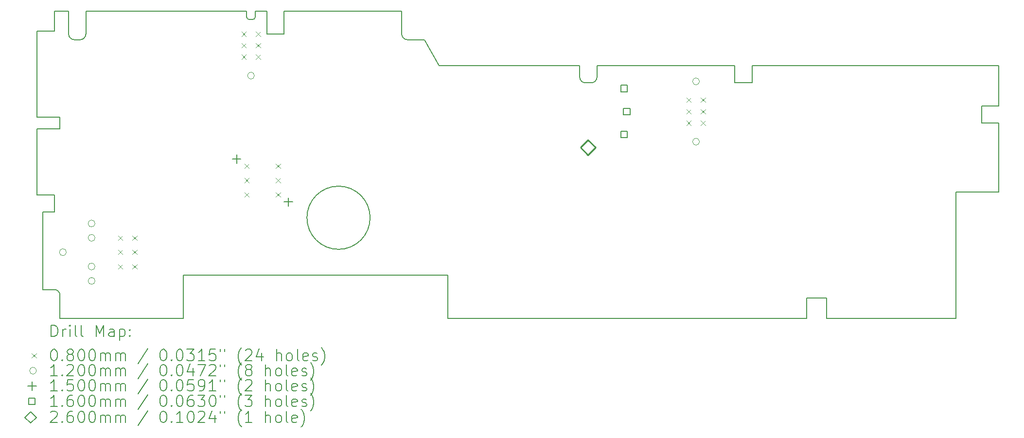
<source format=gbr>
%TF.GenerationSoftware,KiCad,Pcbnew,(6.0.10)*%
%TF.CreationDate,2024-06-10T21:48:43+09:00*%
%TF.ProjectId,icb33h_pwb_rev2,69636233-3368-45f7-9077-625f72657632,rev?*%
%TF.SameCoordinates,Original*%
%TF.FileFunction,Drillmap*%
%TF.FilePolarity,Positive*%
%FSLAX45Y45*%
G04 Gerber Fmt 4.5, Leading zero omitted, Abs format (unit mm)*
G04 Created by KiCad (PCBNEW (6.0.10)) date 2024-06-10 21:48:43*
%MOMM*%
%LPD*%
G01*
G04 APERTURE LIST*
%ADD10C,0.200000*%
%ADD11C,0.080000*%
%ADD12C,0.120000*%
%ADD13C,0.150000*%
%ADD14C,0.160000*%
%ADD15C,0.260000*%
G04 APERTURE END LIST*
D10*
X8750000Y-5650000D02*
X5950000Y-5650000D01*
X21100000Y-8800000D02*
X21850000Y-8800000D01*
X5750000Y-6150000D02*
X5850000Y-6150000D01*
X14850000Y-6800000D02*
X14850000Y-6600000D01*
X9400000Y-6050000D02*
X9100000Y-6050000D01*
X18850000Y-11000000D02*
X21100000Y-11000000D01*
X12100000Y-6600000D02*
X11850000Y-6150000D01*
X7650000Y-11000000D02*
X7650000Y-10250000D01*
X11450000Y-6050000D02*
G75*
G03*
X11550000Y-6150000I100000J0D01*
G01*
X21850000Y-7600000D02*
X21550000Y-7600000D01*
X5950000Y-5650000D02*
X5950000Y-6050000D01*
X5500000Y-10600000D02*
X5500000Y-11000000D01*
X17250000Y-6600000D02*
X14950000Y-6600000D01*
X17550000Y-6900000D02*
X17250000Y-6900000D01*
X14850000Y-6600000D02*
X14950000Y-6600000D01*
X5500000Y-10600000D02*
G75*
G03*
X5400000Y-10500000I-100000J0D01*
G01*
X17550000Y-6600000D02*
X17550000Y-6900000D01*
X11450000Y-6050000D02*
X11450000Y-5650000D01*
X10900000Y-9250000D02*
G75*
G03*
X10900000Y-9250000I-550000J0D01*
G01*
X11450000Y-5650000D02*
X9400000Y-5650000D01*
X14550000Y-6600000D02*
X12100000Y-6600000D01*
X8750000Y-5750000D02*
G75*
G03*
X8800000Y-5800000I50000J0D01*
G01*
X5650000Y-5650000D02*
X5400000Y-5650000D01*
X5650000Y-5650000D02*
X5650000Y-6050000D01*
X5100000Y-7500000D02*
X5500000Y-7500000D01*
X21550000Y-7600000D02*
X21550000Y-7300000D01*
X21850000Y-7300000D02*
X21850000Y-6600000D01*
X5100000Y-8850000D02*
X5400000Y-8850000D01*
X18850000Y-10650000D02*
X18850000Y-11000000D01*
X18500000Y-11000000D02*
X18500000Y-10650000D01*
X21850000Y-6600000D02*
X17550000Y-6600000D01*
X12250000Y-10250000D02*
X12250000Y-11000000D01*
X21100000Y-11000000D02*
X21100000Y-8800000D01*
X5500000Y-11000000D02*
X7650000Y-11000000D01*
X14550000Y-6600000D02*
X14550000Y-6800000D01*
X9400000Y-5650000D02*
X9400000Y-6050000D01*
X5400000Y-8850000D02*
X5400000Y-9150000D01*
X8850000Y-5800000D02*
G75*
G03*
X8900000Y-5750000I0J50000D01*
G01*
X18500000Y-10650000D02*
X18850000Y-10650000D01*
X5400000Y-9150000D02*
X5200000Y-9150000D01*
X14650000Y-6900000D02*
X14760000Y-6900000D01*
X12250000Y-11000000D02*
X18500000Y-11000000D01*
X5400000Y-10500000D02*
X5200000Y-10500000D01*
X5500000Y-7700000D02*
X5100000Y-7700000D01*
X8750000Y-5650000D02*
X8750000Y-5750000D01*
X5400000Y-5650000D02*
X5400000Y-6000000D01*
X17250000Y-6900000D02*
X17250000Y-6600000D01*
X21850000Y-8800000D02*
X21850000Y-7600000D01*
X5400000Y-6000000D02*
X5100000Y-6000000D01*
X8900000Y-5650000D02*
X8900000Y-5750000D01*
X9100000Y-6050000D02*
X9100000Y-5650000D01*
X5100000Y-6000000D02*
X5100000Y-7500000D01*
X5100000Y-7700000D02*
X5100000Y-8850000D01*
X5200000Y-9150000D02*
X5200000Y-10500000D01*
X5500000Y-7500000D02*
X5500000Y-7700000D01*
X9100000Y-5650000D02*
X8900000Y-5650000D01*
X14760000Y-6900004D02*
G75*
G03*
X14850000Y-6800000I-10560J100004D01*
G01*
X14550000Y-6800000D02*
G75*
G03*
X14650000Y-6900000I100000J0D01*
G01*
X8850000Y-5800000D02*
X8800000Y-5800000D01*
X5850000Y-6150000D02*
G75*
G03*
X5950000Y-6050000I0J100000D01*
G01*
X11550000Y-6150000D02*
X11850000Y-6150000D01*
X5650000Y-6050000D02*
G75*
G03*
X5750000Y-6150000I100000J0D01*
G01*
X21550000Y-7300000D02*
X21850000Y-7300000D01*
X7650000Y-10250000D02*
X12250000Y-10250000D01*
D11*
X6510000Y-9560000D02*
X6590000Y-9640000D01*
X6590000Y-9560000D02*
X6510000Y-9640000D01*
X6510000Y-9810000D02*
X6590000Y-9890000D01*
X6590000Y-9810000D02*
X6510000Y-9890000D01*
X6510000Y-10060000D02*
X6590000Y-10140000D01*
X6590000Y-10060000D02*
X6510000Y-10140000D01*
X6760000Y-9560000D02*
X6840000Y-9640000D01*
X6840000Y-9560000D02*
X6760000Y-9640000D01*
X6760000Y-9810000D02*
X6840000Y-9890000D01*
X6840000Y-9810000D02*
X6760000Y-9890000D01*
X6760000Y-10060000D02*
X6840000Y-10140000D01*
X6840000Y-10060000D02*
X6760000Y-10140000D01*
X8660000Y-6010000D02*
X8740000Y-6090000D01*
X8740000Y-6010000D02*
X8660000Y-6090000D01*
X8660000Y-6210000D02*
X8740000Y-6290000D01*
X8740000Y-6210000D02*
X8660000Y-6290000D01*
X8660000Y-6410000D02*
X8740000Y-6490000D01*
X8740000Y-6410000D02*
X8660000Y-6490000D01*
X8710000Y-8310000D02*
X8790000Y-8390000D01*
X8790000Y-8310000D02*
X8710000Y-8390000D01*
X8710000Y-8560000D02*
X8790000Y-8640000D01*
X8790000Y-8560000D02*
X8710000Y-8640000D01*
X8710000Y-8810000D02*
X8790000Y-8890000D01*
X8790000Y-8810000D02*
X8710000Y-8890000D01*
X8910000Y-6010000D02*
X8990000Y-6090000D01*
X8990000Y-6010000D02*
X8910000Y-6090000D01*
X8910000Y-6210000D02*
X8990000Y-6290000D01*
X8990000Y-6210000D02*
X8910000Y-6290000D01*
X8910000Y-6410000D02*
X8990000Y-6490000D01*
X8990000Y-6410000D02*
X8910000Y-6490000D01*
X9260000Y-8310000D02*
X9340000Y-8390000D01*
X9340000Y-8310000D02*
X9260000Y-8390000D01*
X9260000Y-8560000D02*
X9340000Y-8640000D01*
X9340000Y-8560000D02*
X9260000Y-8640000D01*
X9260000Y-8810000D02*
X9340000Y-8890000D01*
X9340000Y-8810000D02*
X9260000Y-8890000D01*
X16410000Y-7160000D02*
X16490000Y-7240000D01*
X16490000Y-7160000D02*
X16410000Y-7240000D01*
X16410000Y-7360000D02*
X16490000Y-7440000D01*
X16490000Y-7360000D02*
X16410000Y-7440000D01*
X16410000Y-7560000D02*
X16490000Y-7640000D01*
X16490000Y-7560000D02*
X16410000Y-7640000D01*
X16660000Y-7160000D02*
X16740000Y-7240000D01*
X16740000Y-7160000D02*
X16660000Y-7240000D01*
X16660000Y-7360000D02*
X16740000Y-7440000D01*
X16740000Y-7360000D02*
X16660000Y-7440000D01*
X16660000Y-7560000D02*
X16740000Y-7640000D01*
X16740000Y-7560000D02*
X16660000Y-7640000D01*
D12*
X5610000Y-9850000D02*
G75*
G03*
X5610000Y-9850000I-60000J0D01*
G01*
X6110000Y-9350000D02*
G75*
G03*
X6110000Y-9350000I-60000J0D01*
G01*
X6110000Y-9600000D02*
G75*
G03*
X6110000Y-9600000I-60000J0D01*
G01*
X6110000Y-10100000D02*
G75*
G03*
X6110000Y-10100000I-60000J0D01*
G01*
X6110000Y-10350000D02*
G75*
G03*
X6110000Y-10350000I-60000J0D01*
G01*
X8885000Y-6775000D02*
G75*
G03*
X8885000Y-6775000I-60000J0D01*
G01*
X16635000Y-6875000D02*
G75*
G03*
X16635000Y-6875000I-60000J0D01*
G01*
X16635000Y-7925000D02*
G75*
G03*
X16635000Y-7925000I-60000J0D01*
G01*
D13*
X8575000Y-8150000D02*
X8575000Y-8300000D01*
X8500000Y-8225000D02*
X8650000Y-8225000D01*
X9475000Y-8900000D02*
X9475000Y-9050000D01*
X9400000Y-8975000D02*
X9550000Y-8975000D01*
D14*
X15376569Y-7056569D02*
X15376569Y-6943431D01*
X15263431Y-6943431D01*
X15263431Y-7056569D01*
X15376569Y-7056569D01*
X15376569Y-7856569D02*
X15376569Y-7743431D01*
X15263431Y-7743431D01*
X15263431Y-7856569D01*
X15376569Y-7856569D01*
X15426569Y-7456569D02*
X15426569Y-7343431D01*
X15313431Y-7343431D01*
X15313431Y-7456569D01*
X15426569Y-7456569D01*
D15*
X14695000Y-8155000D02*
X14825000Y-8025000D01*
X14695000Y-7895000D01*
X14565000Y-8025000D01*
X14695000Y-8155000D01*
D10*
X5347619Y-11320476D02*
X5347619Y-11120476D01*
X5395238Y-11120476D01*
X5423810Y-11130000D01*
X5442857Y-11149048D01*
X5452381Y-11168095D01*
X5461905Y-11206190D01*
X5461905Y-11234762D01*
X5452381Y-11272857D01*
X5442857Y-11291905D01*
X5423810Y-11310952D01*
X5395238Y-11320476D01*
X5347619Y-11320476D01*
X5547619Y-11320476D02*
X5547619Y-11187143D01*
X5547619Y-11225238D02*
X5557143Y-11206190D01*
X5566667Y-11196667D01*
X5585714Y-11187143D01*
X5604762Y-11187143D01*
X5671428Y-11320476D02*
X5671428Y-11187143D01*
X5671428Y-11120476D02*
X5661905Y-11130000D01*
X5671428Y-11139524D01*
X5680952Y-11130000D01*
X5671428Y-11120476D01*
X5671428Y-11139524D01*
X5795238Y-11320476D02*
X5776190Y-11310952D01*
X5766667Y-11291905D01*
X5766667Y-11120476D01*
X5900000Y-11320476D02*
X5880952Y-11310952D01*
X5871428Y-11291905D01*
X5871428Y-11120476D01*
X6128571Y-11320476D02*
X6128571Y-11120476D01*
X6195238Y-11263333D01*
X6261905Y-11120476D01*
X6261905Y-11320476D01*
X6442857Y-11320476D02*
X6442857Y-11215714D01*
X6433333Y-11196667D01*
X6414286Y-11187143D01*
X6376190Y-11187143D01*
X6357143Y-11196667D01*
X6442857Y-11310952D02*
X6423809Y-11320476D01*
X6376190Y-11320476D01*
X6357143Y-11310952D01*
X6347619Y-11291905D01*
X6347619Y-11272857D01*
X6357143Y-11253809D01*
X6376190Y-11244286D01*
X6423809Y-11244286D01*
X6442857Y-11234762D01*
X6538095Y-11187143D02*
X6538095Y-11387143D01*
X6538095Y-11196667D02*
X6557143Y-11187143D01*
X6595238Y-11187143D01*
X6614286Y-11196667D01*
X6623809Y-11206190D01*
X6633333Y-11225238D01*
X6633333Y-11282381D01*
X6623809Y-11301428D01*
X6614286Y-11310952D01*
X6595238Y-11320476D01*
X6557143Y-11320476D01*
X6538095Y-11310952D01*
X6719048Y-11301428D02*
X6728571Y-11310952D01*
X6719048Y-11320476D01*
X6709524Y-11310952D01*
X6719048Y-11301428D01*
X6719048Y-11320476D01*
X6719048Y-11196667D02*
X6728571Y-11206190D01*
X6719048Y-11215714D01*
X6709524Y-11206190D01*
X6719048Y-11196667D01*
X6719048Y-11215714D01*
D11*
X5010000Y-11610000D02*
X5090000Y-11690000D01*
X5090000Y-11610000D02*
X5010000Y-11690000D01*
D10*
X5385714Y-11540476D02*
X5404762Y-11540476D01*
X5423810Y-11550000D01*
X5433333Y-11559524D01*
X5442857Y-11578571D01*
X5452381Y-11616667D01*
X5452381Y-11664286D01*
X5442857Y-11702381D01*
X5433333Y-11721428D01*
X5423810Y-11730952D01*
X5404762Y-11740476D01*
X5385714Y-11740476D01*
X5366667Y-11730952D01*
X5357143Y-11721428D01*
X5347619Y-11702381D01*
X5338095Y-11664286D01*
X5338095Y-11616667D01*
X5347619Y-11578571D01*
X5357143Y-11559524D01*
X5366667Y-11550000D01*
X5385714Y-11540476D01*
X5538095Y-11721428D02*
X5547619Y-11730952D01*
X5538095Y-11740476D01*
X5528571Y-11730952D01*
X5538095Y-11721428D01*
X5538095Y-11740476D01*
X5661905Y-11626190D02*
X5642857Y-11616667D01*
X5633333Y-11607143D01*
X5623809Y-11588095D01*
X5623809Y-11578571D01*
X5633333Y-11559524D01*
X5642857Y-11550000D01*
X5661905Y-11540476D01*
X5700000Y-11540476D01*
X5719048Y-11550000D01*
X5728571Y-11559524D01*
X5738095Y-11578571D01*
X5738095Y-11588095D01*
X5728571Y-11607143D01*
X5719048Y-11616667D01*
X5700000Y-11626190D01*
X5661905Y-11626190D01*
X5642857Y-11635714D01*
X5633333Y-11645238D01*
X5623809Y-11664286D01*
X5623809Y-11702381D01*
X5633333Y-11721428D01*
X5642857Y-11730952D01*
X5661905Y-11740476D01*
X5700000Y-11740476D01*
X5719048Y-11730952D01*
X5728571Y-11721428D01*
X5738095Y-11702381D01*
X5738095Y-11664286D01*
X5728571Y-11645238D01*
X5719048Y-11635714D01*
X5700000Y-11626190D01*
X5861905Y-11540476D02*
X5880952Y-11540476D01*
X5900000Y-11550000D01*
X5909524Y-11559524D01*
X5919048Y-11578571D01*
X5928571Y-11616667D01*
X5928571Y-11664286D01*
X5919048Y-11702381D01*
X5909524Y-11721428D01*
X5900000Y-11730952D01*
X5880952Y-11740476D01*
X5861905Y-11740476D01*
X5842857Y-11730952D01*
X5833333Y-11721428D01*
X5823809Y-11702381D01*
X5814286Y-11664286D01*
X5814286Y-11616667D01*
X5823809Y-11578571D01*
X5833333Y-11559524D01*
X5842857Y-11550000D01*
X5861905Y-11540476D01*
X6052381Y-11540476D02*
X6071428Y-11540476D01*
X6090476Y-11550000D01*
X6100000Y-11559524D01*
X6109524Y-11578571D01*
X6119048Y-11616667D01*
X6119048Y-11664286D01*
X6109524Y-11702381D01*
X6100000Y-11721428D01*
X6090476Y-11730952D01*
X6071428Y-11740476D01*
X6052381Y-11740476D01*
X6033333Y-11730952D01*
X6023809Y-11721428D01*
X6014286Y-11702381D01*
X6004762Y-11664286D01*
X6004762Y-11616667D01*
X6014286Y-11578571D01*
X6023809Y-11559524D01*
X6033333Y-11550000D01*
X6052381Y-11540476D01*
X6204762Y-11740476D02*
X6204762Y-11607143D01*
X6204762Y-11626190D02*
X6214286Y-11616667D01*
X6233333Y-11607143D01*
X6261905Y-11607143D01*
X6280952Y-11616667D01*
X6290476Y-11635714D01*
X6290476Y-11740476D01*
X6290476Y-11635714D02*
X6300000Y-11616667D01*
X6319048Y-11607143D01*
X6347619Y-11607143D01*
X6366667Y-11616667D01*
X6376190Y-11635714D01*
X6376190Y-11740476D01*
X6471428Y-11740476D02*
X6471428Y-11607143D01*
X6471428Y-11626190D02*
X6480952Y-11616667D01*
X6500000Y-11607143D01*
X6528571Y-11607143D01*
X6547619Y-11616667D01*
X6557143Y-11635714D01*
X6557143Y-11740476D01*
X6557143Y-11635714D02*
X6566667Y-11616667D01*
X6585714Y-11607143D01*
X6614286Y-11607143D01*
X6633333Y-11616667D01*
X6642857Y-11635714D01*
X6642857Y-11740476D01*
X7033333Y-11530952D02*
X6861905Y-11788095D01*
X7290476Y-11540476D02*
X7309524Y-11540476D01*
X7328571Y-11550000D01*
X7338095Y-11559524D01*
X7347619Y-11578571D01*
X7357143Y-11616667D01*
X7357143Y-11664286D01*
X7347619Y-11702381D01*
X7338095Y-11721428D01*
X7328571Y-11730952D01*
X7309524Y-11740476D01*
X7290476Y-11740476D01*
X7271428Y-11730952D01*
X7261905Y-11721428D01*
X7252381Y-11702381D01*
X7242857Y-11664286D01*
X7242857Y-11616667D01*
X7252381Y-11578571D01*
X7261905Y-11559524D01*
X7271428Y-11550000D01*
X7290476Y-11540476D01*
X7442857Y-11721428D02*
X7452381Y-11730952D01*
X7442857Y-11740476D01*
X7433333Y-11730952D01*
X7442857Y-11721428D01*
X7442857Y-11740476D01*
X7576190Y-11540476D02*
X7595238Y-11540476D01*
X7614286Y-11550000D01*
X7623809Y-11559524D01*
X7633333Y-11578571D01*
X7642857Y-11616667D01*
X7642857Y-11664286D01*
X7633333Y-11702381D01*
X7623809Y-11721428D01*
X7614286Y-11730952D01*
X7595238Y-11740476D01*
X7576190Y-11740476D01*
X7557143Y-11730952D01*
X7547619Y-11721428D01*
X7538095Y-11702381D01*
X7528571Y-11664286D01*
X7528571Y-11616667D01*
X7538095Y-11578571D01*
X7547619Y-11559524D01*
X7557143Y-11550000D01*
X7576190Y-11540476D01*
X7709524Y-11540476D02*
X7833333Y-11540476D01*
X7766667Y-11616667D01*
X7795238Y-11616667D01*
X7814286Y-11626190D01*
X7823809Y-11635714D01*
X7833333Y-11654762D01*
X7833333Y-11702381D01*
X7823809Y-11721428D01*
X7814286Y-11730952D01*
X7795238Y-11740476D01*
X7738095Y-11740476D01*
X7719048Y-11730952D01*
X7709524Y-11721428D01*
X8023809Y-11740476D02*
X7909524Y-11740476D01*
X7966667Y-11740476D02*
X7966667Y-11540476D01*
X7947619Y-11569048D01*
X7928571Y-11588095D01*
X7909524Y-11597619D01*
X8204762Y-11540476D02*
X8109524Y-11540476D01*
X8100000Y-11635714D01*
X8109524Y-11626190D01*
X8128571Y-11616667D01*
X8176190Y-11616667D01*
X8195238Y-11626190D01*
X8204762Y-11635714D01*
X8214286Y-11654762D01*
X8214286Y-11702381D01*
X8204762Y-11721428D01*
X8195238Y-11730952D01*
X8176190Y-11740476D01*
X8128571Y-11740476D01*
X8109524Y-11730952D01*
X8100000Y-11721428D01*
X8290476Y-11540476D02*
X8290476Y-11578571D01*
X8366667Y-11540476D02*
X8366667Y-11578571D01*
X8661905Y-11816667D02*
X8652381Y-11807143D01*
X8633333Y-11778571D01*
X8623810Y-11759524D01*
X8614286Y-11730952D01*
X8604762Y-11683333D01*
X8604762Y-11645238D01*
X8614286Y-11597619D01*
X8623810Y-11569048D01*
X8633333Y-11550000D01*
X8652381Y-11521428D01*
X8661905Y-11511905D01*
X8728571Y-11559524D02*
X8738095Y-11550000D01*
X8757143Y-11540476D01*
X8804762Y-11540476D01*
X8823810Y-11550000D01*
X8833333Y-11559524D01*
X8842857Y-11578571D01*
X8842857Y-11597619D01*
X8833333Y-11626190D01*
X8719048Y-11740476D01*
X8842857Y-11740476D01*
X9014286Y-11607143D02*
X9014286Y-11740476D01*
X8966667Y-11530952D02*
X8919048Y-11673809D01*
X9042857Y-11673809D01*
X9271429Y-11740476D02*
X9271429Y-11540476D01*
X9357143Y-11740476D02*
X9357143Y-11635714D01*
X9347619Y-11616667D01*
X9328571Y-11607143D01*
X9300000Y-11607143D01*
X9280952Y-11616667D01*
X9271429Y-11626190D01*
X9480952Y-11740476D02*
X9461905Y-11730952D01*
X9452381Y-11721428D01*
X9442857Y-11702381D01*
X9442857Y-11645238D01*
X9452381Y-11626190D01*
X9461905Y-11616667D01*
X9480952Y-11607143D01*
X9509524Y-11607143D01*
X9528571Y-11616667D01*
X9538095Y-11626190D01*
X9547619Y-11645238D01*
X9547619Y-11702381D01*
X9538095Y-11721428D01*
X9528571Y-11730952D01*
X9509524Y-11740476D01*
X9480952Y-11740476D01*
X9661905Y-11740476D02*
X9642857Y-11730952D01*
X9633333Y-11711905D01*
X9633333Y-11540476D01*
X9814286Y-11730952D02*
X9795238Y-11740476D01*
X9757143Y-11740476D01*
X9738095Y-11730952D01*
X9728571Y-11711905D01*
X9728571Y-11635714D01*
X9738095Y-11616667D01*
X9757143Y-11607143D01*
X9795238Y-11607143D01*
X9814286Y-11616667D01*
X9823810Y-11635714D01*
X9823810Y-11654762D01*
X9728571Y-11673809D01*
X9900000Y-11730952D02*
X9919048Y-11740476D01*
X9957143Y-11740476D01*
X9976190Y-11730952D01*
X9985714Y-11711905D01*
X9985714Y-11702381D01*
X9976190Y-11683333D01*
X9957143Y-11673809D01*
X9928571Y-11673809D01*
X9909524Y-11664286D01*
X9900000Y-11645238D01*
X9900000Y-11635714D01*
X9909524Y-11616667D01*
X9928571Y-11607143D01*
X9957143Y-11607143D01*
X9976190Y-11616667D01*
X10052381Y-11816667D02*
X10061905Y-11807143D01*
X10080952Y-11778571D01*
X10090476Y-11759524D01*
X10100000Y-11730952D01*
X10109524Y-11683333D01*
X10109524Y-11645238D01*
X10100000Y-11597619D01*
X10090476Y-11569048D01*
X10080952Y-11550000D01*
X10061905Y-11521428D01*
X10052381Y-11511905D01*
D12*
X5090000Y-11914000D02*
G75*
G03*
X5090000Y-11914000I-60000J0D01*
G01*
D10*
X5452381Y-12004476D02*
X5338095Y-12004476D01*
X5395238Y-12004476D02*
X5395238Y-11804476D01*
X5376190Y-11833048D01*
X5357143Y-11852095D01*
X5338095Y-11861619D01*
X5538095Y-11985428D02*
X5547619Y-11994952D01*
X5538095Y-12004476D01*
X5528571Y-11994952D01*
X5538095Y-11985428D01*
X5538095Y-12004476D01*
X5623809Y-11823524D02*
X5633333Y-11814000D01*
X5652381Y-11804476D01*
X5700000Y-11804476D01*
X5719048Y-11814000D01*
X5728571Y-11823524D01*
X5738095Y-11842571D01*
X5738095Y-11861619D01*
X5728571Y-11890190D01*
X5614286Y-12004476D01*
X5738095Y-12004476D01*
X5861905Y-11804476D02*
X5880952Y-11804476D01*
X5900000Y-11814000D01*
X5909524Y-11823524D01*
X5919048Y-11842571D01*
X5928571Y-11880667D01*
X5928571Y-11928286D01*
X5919048Y-11966381D01*
X5909524Y-11985428D01*
X5900000Y-11994952D01*
X5880952Y-12004476D01*
X5861905Y-12004476D01*
X5842857Y-11994952D01*
X5833333Y-11985428D01*
X5823809Y-11966381D01*
X5814286Y-11928286D01*
X5814286Y-11880667D01*
X5823809Y-11842571D01*
X5833333Y-11823524D01*
X5842857Y-11814000D01*
X5861905Y-11804476D01*
X6052381Y-11804476D02*
X6071428Y-11804476D01*
X6090476Y-11814000D01*
X6100000Y-11823524D01*
X6109524Y-11842571D01*
X6119048Y-11880667D01*
X6119048Y-11928286D01*
X6109524Y-11966381D01*
X6100000Y-11985428D01*
X6090476Y-11994952D01*
X6071428Y-12004476D01*
X6052381Y-12004476D01*
X6033333Y-11994952D01*
X6023809Y-11985428D01*
X6014286Y-11966381D01*
X6004762Y-11928286D01*
X6004762Y-11880667D01*
X6014286Y-11842571D01*
X6023809Y-11823524D01*
X6033333Y-11814000D01*
X6052381Y-11804476D01*
X6204762Y-12004476D02*
X6204762Y-11871143D01*
X6204762Y-11890190D02*
X6214286Y-11880667D01*
X6233333Y-11871143D01*
X6261905Y-11871143D01*
X6280952Y-11880667D01*
X6290476Y-11899714D01*
X6290476Y-12004476D01*
X6290476Y-11899714D02*
X6300000Y-11880667D01*
X6319048Y-11871143D01*
X6347619Y-11871143D01*
X6366667Y-11880667D01*
X6376190Y-11899714D01*
X6376190Y-12004476D01*
X6471428Y-12004476D02*
X6471428Y-11871143D01*
X6471428Y-11890190D02*
X6480952Y-11880667D01*
X6500000Y-11871143D01*
X6528571Y-11871143D01*
X6547619Y-11880667D01*
X6557143Y-11899714D01*
X6557143Y-12004476D01*
X6557143Y-11899714D02*
X6566667Y-11880667D01*
X6585714Y-11871143D01*
X6614286Y-11871143D01*
X6633333Y-11880667D01*
X6642857Y-11899714D01*
X6642857Y-12004476D01*
X7033333Y-11794952D02*
X6861905Y-12052095D01*
X7290476Y-11804476D02*
X7309524Y-11804476D01*
X7328571Y-11814000D01*
X7338095Y-11823524D01*
X7347619Y-11842571D01*
X7357143Y-11880667D01*
X7357143Y-11928286D01*
X7347619Y-11966381D01*
X7338095Y-11985428D01*
X7328571Y-11994952D01*
X7309524Y-12004476D01*
X7290476Y-12004476D01*
X7271428Y-11994952D01*
X7261905Y-11985428D01*
X7252381Y-11966381D01*
X7242857Y-11928286D01*
X7242857Y-11880667D01*
X7252381Y-11842571D01*
X7261905Y-11823524D01*
X7271428Y-11814000D01*
X7290476Y-11804476D01*
X7442857Y-11985428D02*
X7452381Y-11994952D01*
X7442857Y-12004476D01*
X7433333Y-11994952D01*
X7442857Y-11985428D01*
X7442857Y-12004476D01*
X7576190Y-11804476D02*
X7595238Y-11804476D01*
X7614286Y-11814000D01*
X7623809Y-11823524D01*
X7633333Y-11842571D01*
X7642857Y-11880667D01*
X7642857Y-11928286D01*
X7633333Y-11966381D01*
X7623809Y-11985428D01*
X7614286Y-11994952D01*
X7595238Y-12004476D01*
X7576190Y-12004476D01*
X7557143Y-11994952D01*
X7547619Y-11985428D01*
X7538095Y-11966381D01*
X7528571Y-11928286D01*
X7528571Y-11880667D01*
X7538095Y-11842571D01*
X7547619Y-11823524D01*
X7557143Y-11814000D01*
X7576190Y-11804476D01*
X7814286Y-11871143D02*
X7814286Y-12004476D01*
X7766667Y-11794952D02*
X7719048Y-11937809D01*
X7842857Y-11937809D01*
X7900000Y-11804476D02*
X8033333Y-11804476D01*
X7947619Y-12004476D01*
X8100000Y-11823524D02*
X8109524Y-11814000D01*
X8128571Y-11804476D01*
X8176190Y-11804476D01*
X8195238Y-11814000D01*
X8204762Y-11823524D01*
X8214286Y-11842571D01*
X8214286Y-11861619D01*
X8204762Y-11890190D01*
X8090476Y-12004476D01*
X8214286Y-12004476D01*
X8290476Y-11804476D02*
X8290476Y-11842571D01*
X8366667Y-11804476D02*
X8366667Y-11842571D01*
X8661905Y-12080667D02*
X8652381Y-12071143D01*
X8633333Y-12042571D01*
X8623810Y-12023524D01*
X8614286Y-11994952D01*
X8604762Y-11947333D01*
X8604762Y-11909238D01*
X8614286Y-11861619D01*
X8623810Y-11833048D01*
X8633333Y-11814000D01*
X8652381Y-11785428D01*
X8661905Y-11775905D01*
X8766667Y-11890190D02*
X8747619Y-11880667D01*
X8738095Y-11871143D01*
X8728571Y-11852095D01*
X8728571Y-11842571D01*
X8738095Y-11823524D01*
X8747619Y-11814000D01*
X8766667Y-11804476D01*
X8804762Y-11804476D01*
X8823810Y-11814000D01*
X8833333Y-11823524D01*
X8842857Y-11842571D01*
X8842857Y-11852095D01*
X8833333Y-11871143D01*
X8823810Y-11880667D01*
X8804762Y-11890190D01*
X8766667Y-11890190D01*
X8747619Y-11899714D01*
X8738095Y-11909238D01*
X8728571Y-11928286D01*
X8728571Y-11966381D01*
X8738095Y-11985428D01*
X8747619Y-11994952D01*
X8766667Y-12004476D01*
X8804762Y-12004476D01*
X8823810Y-11994952D01*
X8833333Y-11985428D01*
X8842857Y-11966381D01*
X8842857Y-11928286D01*
X8833333Y-11909238D01*
X8823810Y-11899714D01*
X8804762Y-11890190D01*
X9080952Y-12004476D02*
X9080952Y-11804476D01*
X9166667Y-12004476D02*
X9166667Y-11899714D01*
X9157143Y-11880667D01*
X9138095Y-11871143D01*
X9109524Y-11871143D01*
X9090476Y-11880667D01*
X9080952Y-11890190D01*
X9290476Y-12004476D02*
X9271429Y-11994952D01*
X9261905Y-11985428D01*
X9252381Y-11966381D01*
X9252381Y-11909238D01*
X9261905Y-11890190D01*
X9271429Y-11880667D01*
X9290476Y-11871143D01*
X9319048Y-11871143D01*
X9338095Y-11880667D01*
X9347619Y-11890190D01*
X9357143Y-11909238D01*
X9357143Y-11966381D01*
X9347619Y-11985428D01*
X9338095Y-11994952D01*
X9319048Y-12004476D01*
X9290476Y-12004476D01*
X9471429Y-12004476D02*
X9452381Y-11994952D01*
X9442857Y-11975905D01*
X9442857Y-11804476D01*
X9623810Y-11994952D02*
X9604762Y-12004476D01*
X9566667Y-12004476D01*
X9547619Y-11994952D01*
X9538095Y-11975905D01*
X9538095Y-11899714D01*
X9547619Y-11880667D01*
X9566667Y-11871143D01*
X9604762Y-11871143D01*
X9623810Y-11880667D01*
X9633333Y-11899714D01*
X9633333Y-11918762D01*
X9538095Y-11937809D01*
X9709524Y-11994952D02*
X9728571Y-12004476D01*
X9766667Y-12004476D01*
X9785714Y-11994952D01*
X9795238Y-11975905D01*
X9795238Y-11966381D01*
X9785714Y-11947333D01*
X9766667Y-11937809D01*
X9738095Y-11937809D01*
X9719048Y-11928286D01*
X9709524Y-11909238D01*
X9709524Y-11899714D01*
X9719048Y-11880667D01*
X9738095Y-11871143D01*
X9766667Y-11871143D01*
X9785714Y-11880667D01*
X9861905Y-12080667D02*
X9871429Y-12071143D01*
X9890476Y-12042571D01*
X9900000Y-12023524D01*
X9909524Y-11994952D01*
X9919048Y-11947333D01*
X9919048Y-11909238D01*
X9909524Y-11861619D01*
X9900000Y-11833048D01*
X9890476Y-11814000D01*
X9871429Y-11785428D01*
X9861905Y-11775905D01*
D13*
X5015000Y-12103000D02*
X5015000Y-12253000D01*
X4940000Y-12178000D02*
X5090000Y-12178000D01*
D10*
X5452381Y-12268476D02*
X5338095Y-12268476D01*
X5395238Y-12268476D02*
X5395238Y-12068476D01*
X5376190Y-12097048D01*
X5357143Y-12116095D01*
X5338095Y-12125619D01*
X5538095Y-12249428D02*
X5547619Y-12258952D01*
X5538095Y-12268476D01*
X5528571Y-12258952D01*
X5538095Y-12249428D01*
X5538095Y-12268476D01*
X5728571Y-12068476D02*
X5633333Y-12068476D01*
X5623809Y-12163714D01*
X5633333Y-12154190D01*
X5652381Y-12144667D01*
X5700000Y-12144667D01*
X5719048Y-12154190D01*
X5728571Y-12163714D01*
X5738095Y-12182762D01*
X5738095Y-12230381D01*
X5728571Y-12249428D01*
X5719048Y-12258952D01*
X5700000Y-12268476D01*
X5652381Y-12268476D01*
X5633333Y-12258952D01*
X5623809Y-12249428D01*
X5861905Y-12068476D02*
X5880952Y-12068476D01*
X5900000Y-12078000D01*
X5909524Y-12087524D01*
X5919048Y-12106571D01*
X5928571Y-12144667D01*
X5928571Y-12192286D01*
X5919048Y-12230381D01*
X5909524Y-12249428D01*
X5900000Y-12258952D01*
X5880952Y-12268476D01*
X5861905Y-12268476D01*
X5842857Y-12258952D01*
X5833333Y-12249428D01*
X5823809Y-12230381D01*
X5814286Y-12192286D01*
X5814286Y-12144667D01*
X5823809Y-12106571D01*
X5833333Y-12087524D01*
X5842857Y-12078000D01*
X5861905Y-12068476D01*
X6052381Y-12068476D02*
X6071428Y-12068476D01*
X6090476Y-12078000D01*
X6100000Y-12087524D01*
X6109524Y-12106571D01*
X6119048Y-12144667D01*
X6119048Y-12192286D01*
X6109524Y-12230381D01*
X6100000Y-12249428D01*
X6090476Y-12258952D01*
X6071428Y-12268476D01*
X6052381Y-12268476D01*
X6033333Y-12258952D01*
X6023809Y-12249428D01*
X6014286Y-12230381D01*
X6004762Y-12192286D01*
X6004762Y-12144667D01*
X6014286Y-12106571D01*
X6023809Y-12087524D01*
X6033333Y-12078000D01*
X6052381Y-12068476D01*
X6204762Y-12268476D02*
X6204762Y-12135143D01*
X6204762Y-12154190D02*
X6214286Y-12144667D01*
X6233333Y-12135143D01*
X6261905Y-12135143D01*
X6280952Y-12144667D01*
X6290476Y-12163714D01*
X6290476Y-12268476D01*
X6290476Y-12163714D02*
X6300000Y-12144667D01*
X6319048Y-12135143D01*
X6347619Y-12135143D01*
X6366667Y-12144667D01*
X6376190Y-12163714D01*
X6376190Y-12268476D01*
X6471428Y-12268476D02*
X6471428Y-12135143D01*
X6471428Y-12154190D02*
X6480952Y-12144667D01*
X6500000Y-12135143D01*
X6528571Y-12135143D01*
X6547619Y-12144667D01*
X6557143Y-12163714D01*
X6557143Y-12268476D01*
X6557143Y-12163714D02*
X6566667Y-12144667D01*
X6585714Y-12135143D01*
X6614286Y-12135143D01*
X6633333Y-12144667D01*
X6642857Y-12163714D01*
X6642857Y-12268476D01*
X7033333Y-12058952D02*
X6861905Y-12316095D01*
X7290476Y-12068476D02*
X7309524Y-12068476D01*
X7328571Y-12078000D01*
X7338095Y-12087524D01*
X7347619Y-12106571D01*
X7357143Y-12144667D01*
X7357143Y-12192286D01*
X7347619Y-12230381D01*
X7338095Y-12249428D01*
X7328571Y-12258952D01*
X7309524Y-12268476D01*
X7290476Y-12268476D01*
X7271428Y-12258952D01*
X7261905Y-12249428D01*
X7252381Y-12230381D01*
X7242857Y-12192286D01*
X7242857Y-12144667D01*
X7252381Y-12106571D01*
X7261905Y-12087524D01*
X7271428Y-12078000D01*
X7290476Y-12068476D01*
X7442857Y-12249428D02*
X7452381Y-12258952D01*
X7442857Y-12268476D01*
X7433333Y-12258952D01*
X7442857Y-12249428D01*
X7442857Y-12268476D01*
X7576190Y-12068476D02*
X7595238Y-12068476D01*
X7614286Y-12078000D01*
X7623809Y-12087524D01*
X7633333Y-12106571D01*
X7642857Y-12144667D01*
X7642857Y-12192286D01*
X7633333Y-12230381D01*
X7623809Y-12249428D01*
X7614286Y-12258952D01*
X7595238Y-12268476D01*
X7576190Y-12268476D01*
X7557143Y-12258952D01*
X7547619Y-12249428D01*
X7538095Y-12230381D01*
X7528571Y-12192286D01*
X7528571Y-12144667D01*
X7538095Y-12106571D01*
X7547619Y-12087524D01*
X7557143Y-12078000D01*
X7576190Y-12068476D01*
X7823809Y-12068476D02*
X7728571Y-12068476D01*
X7719048Y-12163714D01*
X7728571Y-12154190D01*
X7747619Y-12144667D01*
X7795238Y-12144667D01*
X7814286Y-12154190D01*
X7823809Y-12163714D01*
X7833333Y-12182762D01*
X7833333Y-12230381D01*
X7823809Y-12249428D01*
X7814286Y-12258952D01*
X7795238Y-12268476D01*
X7747619Y-12268476D01*
X7728571Y-12258952D01*
X7719048Y-12249428D01*
X7928571Y-12268476D02*
X7966667Y-12268476D01*
X7985714Y-12258952D01*
X7995238Y-12249428D01*
X8014286Y-12220857D01*
X8023809Y-12182762D01*
X8023809Y-12106571D01*
X8014286Y-12087524D01*
X8004762Y-12078000D01*
X7985714Y-12068476D01*
X7947619Y-12068476D01*
X7928571Y-12078000D01*
X7919048Y-12087524D01*
X7909524Y-12106571D01*
X7909524Y-12154190D01*
X7919048Y-12173238D01*
X7928571Y-12182762D01*
X7947619Y-12192286D01*
X7985714Y-12192286D01*
X8004762Y-12182762D01*
X8014286Y-12173238D01*
X8023809Y-12154190D01*
X8214286Y-12268476D02*
X8100000Y-12268476D01*
X8157143Y-12268476D02*
X8157143Y-12068476D01*
X8138095Y-12097048D01*
X8119048Y-12116095D01*
X8100000Y-12125619D01*
X8290476Y-12068476D02*
X8290476Y-12106571D01*
X8366667Y-12068476D02*
X8366667Y-12106571D01*
X8661905Y-12344667D02*
X8652381Y-12335143D01*
X8633333Y-12306571D01*
X8623810Y-12287524D01*
X8614286Y-12258952D01*
X8604762Y-12211333D01*
X8604762Y-12173238D01*
X8614286Y-12125619D01*
X8623810Y-12097048D01*
X8633333Y-12078000D01*
X8652381Y-12049428D01*
X8661905Y-12039905D01*
X8728571Y-12087524D02*
X8738095Y-12078000D01*
X8757143Y-12068476D01*
X8804762Y-12068476D01*
X8823810Y-12078000D01*
X8833333Y-12087524D01*
X8842857Y-12106571D01*
X8842857Y-12125619D01*
X8833333Y-12154190D01*
X8719048Y-12268476D01*
X8842857Y-12268476D01*
X9080952Y-12268476D02*
X9080952Y-12068476D01*
X9166667Y-12268476D02*
X9166667Y-12163714D01*
X9157143Y-12144667D01*
X9138095Y-12135143D01*
X9109524Y-12135143D01*
X9090476Y-12144667D01*
X9080952Y-12154190D01*
X9290476Y-12268476D02*
X9271429Y-12258952D01*
X9261905Y-12249428D01*
X9252381Y-12230381D01*
X9252381Y-12173238D01*
X9261905Y-12154190D01*
X9271429Y-12144667D01*
X9290476Y-12135143D01*
X9319048Y-12135143D01*
X9338095Y-12144667D01*
X9347619Y-12154190D01*
X9357143Y-12173238D01*
X9357143Y-12230381D01*
X9347619Y-12249428D01*
X9338095Y-12258952D01*
X9319048Y-12268476D01*
X9290476Y-12268476D01*
X9471429Y-12268476D02*
X9452381Y-12258952D01*
X9442857Y-12239905D01*
X9442857Y-12068476D01*
X9623810Y-12258952D02*
X9604762Y-12268476D01*
X9566667Y-12268476D01*
X9547619Y-12258952D01*
X9538095Y-12239905D01*
X9538095Y-12163714D01*
X9547619Y-12144667D01*
X9566667Y-12135143D01*
X9604762Y-12135143D01*
X9623810Y-12144667D01*
X9633333Y-12163714D01*
X9633333Y-12182762D01*
X9538095Y-12201809D01*
X9709524Y-12258952D02*
X9728571Y-12268476D01*
X9766667Y-12268476D01*
X9785714Y-12258952D01*
X9795238Y-12239905D01*
X9795238Y-12230381D01*
X9785714Y-12211333D01*
X9766667Y-12201809D01*
X9738095Y-12201809D01*
X9719048Y-12192286D01*
X9709524Y-12173238D01*
X9709524Y-12163714D01*
X9719048Y-12144667D01*
X9738095Y-12135143D01*
X9766667Y-12135143D01*
X9785714Y-12144667D01*
X9861905Y-12344667D02*
X9871429Y-12335143D01*
X9890476Y-12306571D01*
X9900000Y-12287524D01*
X9909524Y-12258952D01*
X9919048Y-12211333D01*
X9919048Y-12173238D01*
X9909524Y-12125619D01*
X9900000Y-12097048D01*
X9890476Y-12078000D01*
X9871429Y-12049428D01*
X9861905Y-12039905D01*
D14*
X5066569Y-12504569D02*
X5066569Y-12391431D01*
X4953431Y-12391431D01*
X4953431Y-12504569D01*
X5066569Y-12504569D01*
D10*
X5452381Y-12538476D02*
X5338095Y-12538476D01*
X5395238Y-12538476D02*
X5395238Y-12338476D01*
X5376190Y-12367048D01*
X5357143Y-12386095D01*
X5338095Y-12395619D01*
X5538095Y-12519428D02*
X5547619Y-12528952D01*
X5538095Y-12538476D01*
X5528571Y-12528952D01*
X5538095Y-12519428D01*
X5538095Y-12538476D01*
X5719048Y-12338476D02*
X5680952Y-12338476D01*
X5661905Y-12348000D01*
X5652381Y-12357524D01*
X5633333Y-12386095D01*
X5623809Y-12424190D01*
X5623809Y-12500381D01*
X5633333Y-12519428D01*
X5642857Y-12528952D01*
X5661905Y-12538476D01*
X5700000Y-12538476D01*
X5719048Y-12528952D01*
X5728571Y-12519428D01*
X5738095Y-12500381D01*
X5738095Y-12452762D01*
X5728571Y-12433714D01*
X5719048Y-12424190D01*
X5700000Y-12414667D01*
X5661905Y-12414667D01*
X5642857Y-12424190D01*
X5633333Y-12433714D01*
X5623809Y-12452762D01*
X5861905Y-12338476D02*
X5880952Y-12338476D01*
X5900000Y-12348000D01*
X5909524Y-12357524D01*
X5919048Y-12376571D01*
X5928571Y-12414667D01*
X5928571Y-12462286D01*
X5919048Y-12500381D01*
X5909524Y-12519428D01*
X5900000Y-12528952D01*
X5880952Y-12538476D01*
X5861905Y-12538476D01*
X5842857Y-12528952D01*
X5833333Y-12519428D01*
X5823809Y-12500381D01*
X5814286Y-12462286D01*
X5814286Y-12414667D01*
X5823809Y-12376571D01*
X5833333Y-12357524D01*
X5842857Y-12348000D01*
X5861905Y-12338476D01*
X6052381Y-12338476D02*
X6071428Y-12338476D01*
X6090476Y-12348000D01*
X6100000Y-12357524D01*
X6109524Y-12376571D01*
X6119048Y-12414667D01*
X6119048Y-12462286D01*
X6109524Y-12500381D01*
X6100000Y-12519428D01*
X6090476Y-12528952D01*
X6071428Y-12538476D01*
X6052381Y-12538476D01*
X6033333Y-12528952D01*
X6023809Y-12519428D01*
X6014286Y-12500381D01*
X6004762Y-12462286D01*
X6004762Y-12414667D01*
X6014286Y-12376571D01*
X6023809Y-12357524D01*
X6033333Y-12348000D01*
X6052381Y-12338476D01*
X6204762Y-12538476D02*
X6204762Y-12405143D01*
X6204762Y-12424190D02*
X6214286Y-12414667D01*
X6233333Y-12405143D01*
X6261905Y-12405143D01*
X6280952Y-12414667D01*
X6290476Y-12433714D01*
X6290476Y-12538476D01*
X6290476Y-12433714D02*
X6300000Y-12414667D01*
X6319048Y-12405143D01*
X6347619Y-12405143D01*
X6366667Y-12414667D01*
X6376190Y-12433714D01*
X6376190Y-12538476D01*
X6471428Y-12538476D02*
X6471428Y-12405143D01*
X6471428Y-12424190D02*
X6480952Y-12414667D01*
X6500000Y-12405143D01*
X6528571Y-12405143D01*
X6547619Y-12414667D01*
X6557143Y-12433714D01*
X6557143Y-12538476D01*
X6557143Y-12433714D02*
X6566667Y-12414667D01*
X6585714Y-12405143D01*
X6614286Y-12405143D01*
X6633333Y-12414667D01*
X6642857Y-12433714D01*
X6642857Y-12538476D01*
X7033333Y-12328952D02*
X6861905Y-12586095D01*
X7290476Y-12338476D02*
X7309524Y-12338476D01*
X7328571Y-12348000D01*
X7338095Y-12357524D01*
X7347619Y-12376571D01*
X7357143Y-12414667D01*
X7357143Y-12462286D01*
X7347619Y-12500381D01*
X7338095Y-12519428D01*
X7328571Y-12528952D01*
X7309524Y-12538476D01*
X7290476Y-12538476D01*
X7271428Y-12528952D01*
X7261905Y-12519428D01*
X7252381Y-12500381D01*
X7242857Y-12462286D01*
X7242857Y-12414667D01*
X7252381Y-12376571D01*
X7261905Y-12357524D01*
X7271428Y-12348000D01*
X7290476Y-12338476D01*
X7442857Y-12519428D02*
X7452381Y-12528952D01*
X7442857Y-12538476D01*
X7433333Y-12528952D01*
X7442857Y-12519428D01*
X7442857Y-12538476D01*
X7576190Y-12338476D02*
X7595238Y-12338476D01*
X7614286Y-12348000D01*
X7623809Y-12357524D01*
X7633333Y-12376571D01*
X7642857Y-12414667D01*
X7642857Y-12462286D01*
X7633333Y-12500381D01*
X7623809Y-12519428D01*
X7614286Y-12528952D01*
X7595238Y-12538476D01*
X7576190Y-12538476D01*
X7557143Y-12528952D01*
X7547619Y-12519428D01*
X7538095Y-12500381D01*
X7528571Y-12462286D01*
X7528571Y-12414667D01*
X7538095Y-12376571D01*
X7547619Y-12357524D01*
X7557143Y-12348000D01*
X7576190Y-12338476D01*
X7814286Y-12338476D02*
X7776190Y-12338476D01*
X7757143Y-12348000D01*
X7747619Y-12357524D01*
X7728571Y-12386095D01*
X7719048Y-12424190D01*
X7719048Y-12500381D01*
X7728571Y-12519428D01*
X7738095Y-12528952D01*
X7757143Y-12538476D01*
X7795238Y-12538476D01*
X7814286Y-12528952D01*
X7823809Y-12519428D01*
X7833333Y-12500381D01*
X7833333Y-12452762D01*
X7823809Y-12433714D01*
X7814286Y-12424190D01*
X7795238Y-12414667D01*
X7757143Y-12414667D01*
X7738095Y-12424190D01*
X7728571Y-12433714D01*
X7719048Y-12452762D01*
X7900000Y-12338476D02*
X8023809Y-12338476D01*
X7957143Y-12414667D01*
X7985714Y-12414667D01*
X8004762Y-12424190D01*
X8014286Y-12433714D01*
X8023809Y-12452762D01*
X8023809Y-12500381D01*
X8014286Y-12519428D01*
X8004762Y-12528952D01*
X7985714Y-12538476D01*
X7928571Y-12538476D01*
X7909524Y-12528952D01*
X7900000Y-12519428D01*
X8147619Y-12338476D02*
X8166667Y-12338476D01*
X8185714Y-12348000D01*
X8195238Y-12357524D01*
X8204762Y-12376571D01*
X8214286Y-12414667D01*
X8214286Y-12462286D01*
X8204762Y-12500381D01*
X8195238Y-12519428D01*
X8185714Y-12528952D01*
X8166667Y-12538476D01*
X8147619Y-12538476D01*
X8128571Y-12528952D01*
X8119048Y-12519428D01*
X8109524Y-12500381D01*
X8100000Y-12462286D01*
X8100000Y-12414667D01*
X8109524Y-12376571D01*
X8119048Y-12357524D01*
X8128571Y-12348000D01*
X8147619Y-12338476D01*
X8290476Y-12338476D02*
X8290476Y-12376571D01*
X8366667Y-12338476D02*
X8366667Y-12376571D01*
X8661905Y-12614667D02*
X8652381Y-12605143D01*
X8633333Y-12576571D01*
X8623810Y-12557524D01*
X8614286Y-12528952D01*
X8604762Y-12481333D01*
X8604762Y-12443238D01*
X8614286Y-12395619D01*
X8623810Y-12367048D01*
X8633333Y-12348000D01*
X8652381Y-12319428D01*
X8661905Y-12309905D01*
X8719048Y-12338476D02*
X8842857Y-12338476D01*
X8776190Y-12414667D01*
X8804762Y-12414667D01*
X8823810Y-12424190D01*
X8833333Y-12433714D01*
X8842857Y-12452762D01*
X8842857Y-12500381D01*
X8833333Y-12519428D01*
X8823810Y-12528952D01*
X8804762Y-12538476D01*
X8747619Y-12538476D01*
X8728571Y-12528952D01*
X8719048Y-12519428D01*
X9080952Y-12538476D02*
X9080952Y-12338476D01*
X9166667Y-12538476D02*
X9166667Y-12433714D01*
X9157143Y-12414667D01*
X9138095Y-12405143D01*
X9109524Y-12405143D01*
X9090476Y-12414667D01*
X9080952Y-12424190D01*
X9290476Y-12538476D02*
X9271429Y-12528952D01*
X9261905Y-12519428D01*
X9252381Y-12500381D01*
X9252381Y-12443238D01*
X9261905Y-12424190D01*
X9271429Y-12414667D01*
X9290476Y-12405143D01*
X9319048Y-12405143D01*
X9338095Y-12414667D01*
X9347619Y-12424190D01*
X9357143Y-12443238D01*
X9357143Y-12500381D01*
X9347619Y-12519428D01*
X9338095Y-12528952D01*
X9319048Y-12538476D01*
X9290476Y-12538476D01*
X9471429Y-12538476D02*
X9452381Y-12528952D01*
X9442857Y-12509905D01*
X9442857Y-12338476D01*
X9623810Y-12528952D02*
X9604762Y-12538476D01*
X9566667Y-12538476D01*
X9547619Y-12528952D01*
X9538095Y-12509905D01*
X9538095Y-12433714D01*
X9547619Y-12414667D01*
X9566667Y-12405143D01*
X9604762Y-12405143D01*
X9623810Y-12414667D01*
X9633333Y-12433714D01*
X9633333Y-12452762D01*
X9538095Y-12471809D01*
X9709524Y-12528952D02*
X9728571Y-12538476D01*
X9766667Y-12538476D01*
X9785714Y-12528952D01*
X9795238Y-12509905D01*
X9795238Y-12500381D01*
X9785714Y-12481333D01*
X9766667Y-12471809D01*
X9738095Y-12471809D01*
X9719048Y-12462286D01*
X9709524Y-12443238D01*
X9709524Y-12433714D01*
X9719048Y-12414667D01*
X9738095Y-12405143D01*
X9766667Y-12405143D01*
X9785714Y-12414667D01*
X9861905Y-12614667D02*
X9871429Y-12605143D01*
X9890476Y-12576571D01*
X9900000Y-12557524D01*
X9909524Y-12528952D01*
X9919048Y-12481333D01*
X9919048Y-12443238D01*
X9909524Y-12395619D01*
X9900000Y-12367048D01*
X9890476Y-12348000D01*
X9871429Y-12319428D01*
X9861905Y-12309905D01*
X4990000Y-12828000D02*
X5090000Y-12728000D01*
X4990000Y-12628000D01*
X4890000Y-12728000D01*
X4990000Y-12828000D01*
X5338095Y-12637524D02*
X5347619Y-12628000D01*
X5366667Y-12618476D01*
X5414286Y-12618476D01*
X5433333Y-12628000D01*
X5442857Y-12637524D01*
X5452381Y-12656571D01*
X5452381Y-12675619D01*
X5442857Y-12704190D01*
X5328571Y-12818476D01*
X5452381Y-12818476D01*
X5538095Y-12799428D02*
X5547619Y-12808952D01*
X5538095Y-12818476D01*
X5528571Y-12808952D01*
X5538095Y-12799428D01*
X5538095Y-12818476D01*
X5719048Y-12618476D02*
X5680952Y-12618476D01*
X5661905Y-12628000D01*
X5652381Y-12637524D01*
X5633333Y-12666095D01*
X5623809Y-12704190D01*
X5623809Y-12780381D01*
X5633333Y-12799428D01*
X5642857Y-12808952D01*
X5661905Y-12818476D01*
X5700000Y-12818476D01*
X5719048Y-12808952D01*
X5728571Y-12799428D01*
X5738095Y-12780381D01*
X5738095Y-12732762D01*
X5728571Y-12713714D01*
X5719048Y-12704190D01*
X5700000Y-12694667D01*
X5661905Y-12694667D01*
X5642857Y-12704190D01*
X5633333Y-12713714D01*
X5623809Y-12732762D01*
X5861905Y-12618476D02*
X5880952Y-12618476D01*
X5900000Y-12628000D01*
X5909524Y-12637524D01*
X5919048Y-12656571D01*
X5928571Y-12694667D01*
X5928571Y-12742286D01*
X5919048Y-12780381D01*
X5909524Y-12799428D01*
X5900000Y-12808952D01*
X5880952Y-12818476D01*
X5861905Y-12818476D01*
X5842857Y-12808952D01*
X5833333Y-12799428D01*
X5823809Y-12780381D01*
X5814286Y-12742286D01*
X5814286Y-12694667D01*
X5823809Y-12656571D01*
X5833333Y-12637524D01*
X5842857Y-12628000D01*
X5861905Y-12618476D01*
X6052381Y-12618476D02*
X6071428Y-12618476D01*
X6090476Y-12628000D01*
X6100000Y-12637524D01*
X6109524Y-12656571D01*
X6119048Y-12694667D01*
X6119048Y-12742286D01*
X6109524Y-12780381D01*
X6100000Y-12799428D01*
X6090476Y-12808952D01*
X6071428Y-12818476D01*
X6052381Y-12818476D01*
X6033333Y-12808952D01*
X6023809Y-12799428D01*
X6014286Y-12780381D01*
X6004762Y-12742286D01*
X6004762Y-12694667D01*
X6014286Y-12656571D01*
X6023809Y-12637524D01*
X6033333Y-12628000D01*
X6052381Y-12618476D01*
X6204762Y-12818476D02*
X6204762Y-12685143D01*
X6204762Y-12704190D02*
X6214286Y-12694667D01*
X6233333Y-12685143D01*
X6261905Y-12685143D01*
X6280952Y-12694667D01*
X6290476Y-12713714D01*
X6290476Y-12818476D01*
X6290476Y-12713714D02*
X6300000Y-12694667D01*
X6319048Y-12685143D01*
X6347619Y-12685143D01*
X6366667Y-12694667D01*
X6376190Y-12713714D01*
X6376190Y-12818476D01*
X6471428Y-12818476D02*
X6471428Y-12685143D01*
X6471428Y-12704190D02*
X6480952Y-12694667D01*
X6500000Y-12685143D01*
X6528571Y-12685143D01*
X6547619Y-12694667D01*
X6557143Y-12713714D01*
X6557143Y-12818476D01*
X6557143Y-12713714D02*
X6566667Y-12694667D01*
X6585714Y-12685143D01*
X6614286Y-12685143D01*
X6633333Y-12694667D01*
X6642857Y-12713714D01*
X6642857Y-12818476D01*
X7033333Y-12608952D02*
X6861905Y-12866095D01*
X7290476Y-12618476D02*
X7309524Y-12618476D01*
X7328571Y-12628000D01*
X7338095Y-12637524D01*
X7347619Y-12656571D01*
X7357143Y-12694667D01*
X7357143Y-12742286D01*
X7347619Y-12780381D01*
X7338095Y-12799428D01*
X7328571Y-12808952D01*
X7309524Y-12818476D01*
X7290476Y-12818476D01*
X7271428Y-12808952D01*
X7261905Y-12799428D01*
X7252381Y-12780381D01*
X7242857Y-12742286D01*
X7242857Y-12694667D01*
X7252381Y-12656571D01*
X7261905Y-12637524D01*
X7271428Y-12628000D01*
X7290476Y-12618476D01*
X7442857Y-12799428D02*
X7452381Y-12808952D01*
X7442857Y-12818476D01*
X7433333Y-12808952D01*
X7442857Y-12799428D01*
X7442857Y-12818476D01*
X7642857Y-12818476D02*
X7528571Y-12818476D01*
X7585714Y-12818476D02*
X7585714Y-12618476D01*
X7566667Y-12647048D01*
X7547619Y-12666095D01*
X7528571Y-12675619D01*
X7766667Y-12618476D02*
X7785714Y-12618476D01*
X7804762Y-12628000D01*
X7814286Y-12637524D01*
X7823809Y-12656571D01*
X7833333Y-12694667D01*
X7833333Y-12742286D01*
X7823809Y-12780381D01*
X7814286Y-12799428D01*
X7804762Y-12808952D01*
X7785714Y-12818476D01*
X7766667Y-12818476D01*
X7747619Y-12808952D01*
X7738095Y-12799428D01*
X7728571Y-12780381D01*
X7719048Y-12742286D01*
X7719048Y-12694667D01*
X7728571Y-12656571D01*
X7738095Y-12637524D01*
X7747619Y-12628000D01*
X7766667Y-12618476D01*
X7909524Y-12637524D02*
X7919048Y-12628000D01*
X7938095Y-12618476D01*
X7985714Y-12618476D01*
X8004762Y-12628000D01*
X8014286Y-12637524D01*
X8023809Y-12656571D01*
X8023809Y-12675619D01*
X8014286Y-12704190D01*
X7900000Y-12818476D01*
X8023809Y-12818476D01*
X8195238Y-12685143D02*
X8195238Y-12818476D01*
X8147619Y-12608952D02*
X8100000Y-12751809D01*
X8223809Y-12751809D01*
X8290476Y-12618476D02*
X8290476Y-12656571D01*
X8366667Y-12618476D02*
X8366667Y-12656571D01*
X8661905Y-12894667D02*
X8652381Y-12885143D01*
X8633333Y-12856571D01*
X8623810Y-12837524D01*
X8614286Y-12808952D01*
X8604762Y-12761333D01*
X8604762Y-12723238D01*
X8614286Y-12675619D01*
X8623810Y-12647048D01*
X8633333Y-12628000D01*
X8652381Y-12599428D01*
X8661905Y-12589905D01*
X8842857Y-12818476D02*
X8728571Y-12818476D01*
X8785714Y-12818476D02*
X8785714Y-12618476D01*
X8766667Y-12647048D01*
X8747619Y-12666095D01*
X8728571Y-12675619D01*
X9080952Y-12818476D02*
X9080952Y-12618476D01*
X9166667Y-12818476D02*
X9166667Y-12713714D01*
X9157143Y-12694667D01*
X9138095Y-12685143D01*
X9109524Y-12685143D01*
X9090476Y-12694667D01*
X9080952Y-12704190D01*
X9290476Y-12818476D02*
X9271429Y-12808952D01*
X9261905Y-12799428D01*
X9252381Y-12780381D01*
X9252381Y-12723238D01*
X9261905Y-12704190D01*
X9271429Y-12694667D01*
X9290476Y-12685143D01*
X9319048Y-12685143D01*
X9338095Y-12694667D01*
X9347619Y-12704190D01*
X9357143Y-12723238D01*
X9357143Y-12780381D01*
X9347619Y-12799428D01*
X9338095Y-12808952D01*
X9319048Y-12818476D01*
X9290476Y-12818476D01*
X9471429Y-12818476D02*
X9452381Y-12808952D01*
X9442857Y-12789905D01*
X9442857Y-12618476D01*
X9623810Y-12808952D02*
X9604762Y-12818476D01*
X9566667Y-12818476D01*
X9547619Y-12808952D01*
X9538095Y-12789905D01*
X9538095Y-12713714D01*
X9547619Y-12694667D01*
X9566667Y-12685143D01*
X9604762Y-12685143D01*
X9623810Y-12694667D01*
X9633333Y-12713714D01*
X9633333Y-12732762D01*
X9538095Y-12751809D01*
X9700000Y-12894667D02*
X9709524Y-12885143D01*
X9728571Y-12856571D01*
X9738095Y-12837524D01*
X9747619Y-12808952D01*
X9757143Y-12761333D01*
X9757143Y-12723238D01*
X9747619Y-12675619D01*
X9738095Y-12647048D01*
X9728571Y-12628000D01*
X9709524Y-12599428D01*
X9700000Y-12589905D01*
M02*

</source>
